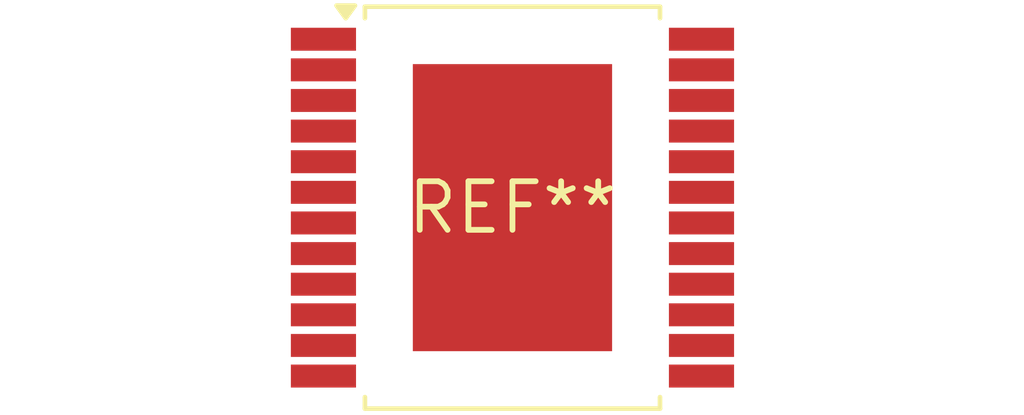
<source format=kicad_pcb>
(kicad_pcb (version 20240108) (generator pcbnew)
  (layers (0 "F.Cu" signal) (31 "B.Cu" signal) (34 "B.Paste" user) (35 "F.Paste" user) (36 "B.SilkS" user "B.Silkscreen") (37 "F.SilkS" user "F.Silkscreen") (38 "B.Mask" user) (39 "F.Mask" user) (44 "Edge.Cuts" user))
  (net 0 "")
  (footprint "ST_PowerSSO-24_SlugDown" (layer "F.Cu") (at 0 0)
    (property "Reference" "REF**")
    (property "Value" "ST_PowerSSO-24_SlugDown")
    (fp_line (start -3.85 -5.25) (end -3.85 -4.95) (layer "F.SilkS") (stroke (width 0.12)))
    (fp_line (start -3.85 5.25) (end -3.85 4.95) (layer "F.SilkS") (stroke (width 0.12)))
    (fp_line (start 3.85 -5.25) (end -3.85 -5.25) (layer "F.SilkS") (stroke (width 0.12)))
    (fp_line (start 3.85 -5.25) (end 3.85 -4.95) (layer "F.SilkS") (stroke (width 0.12)))
    (fp_line (start 3.85 5.25) (end -3.85 5.25) (layer "F.SilkS") (stroke (width 0.12)))
    (fp_line (start 3.85 5.25) (end 3.85 4.95) (layer "F.SilkS") (stroke (width 0.12)))
    (fp_poly (pts (xy -4.35 -4.95) (xy -4.59 -5.28) (xy -4.11 -5.28) (xy -4.35 -4.95)) (layer "F.SilkS") (stroke (width 0.12)) (fill solid))
    (pad "1" smd rect (at -4.9325 -4.4) (size 1.7 0.6) (layers "F.Cu" "F.Paste" "F.Mask"))
    (pad "2" smd rect (at -4.9325 -3.6) (size 1.7 0.6) (layers "F.Cu" "F.Paste" "F.Mask"))
    (pad "3" smd rect (at -4.9325 -2.8) (size 1.7 0.6) (layers "F.Cu" "F.Paste" "F.Mask"))
    (pad "4" smd rect (at -4.9325 -2) (size 1.7 0.6) (layers "F.Cu" "F.Paste" "F.Mask"))
    (pad "5" smd rect (at -4.9325 -1.2) (size 1.7 0.6) (layers "F.Cu" "F.Paste" "F.Mask"))
    (pad "6" smd rect (at -4.9325 -0.4) (size 1.7 0.6) (layers "F.Cu" "F.Paste" "F.Mask"))
    (pad "7" smd rect (at -4.9325 0.4) (size 1.7 0.6) (layers "F.Cu" "F.Paste" "F.Mask"))
    (pad "8" smd rect (at -4.9325 1.2) (size 1.7 0.6) (layers "F.Cu" "F.Paste" "F.Mask"))
    (pad "9" smd rect (at -4.9325 2) (size 1.7 0.6) (layers "F.Cu" "F.Paste" "F.Mask"))
    (pad "10" smd rect (at -4.9325 2.8) (size 1.7 0.6) (layers "F.Cu" "F.Paste" "F.Mask"))
    (pad "11" smd rect (at -4.9325 3.6) (size 1.7 0.6) (layers "F.Cu" "F.Paste" "F.Mask"))
    (pad "12" smd rect (at -4.9325 4.4) (size 1.7 0.6) (layers "F.Cu" "F.Paste" "F.Mask"))
    (pad "13" smd rect (at 4.9325 4.4) (size 1.7 0.6) (layers "F.Cu" "F.Paste" "F.Mask"))
    (pad "14" smd rect (at 4.9325 3.6) (size 1.7 0.6) (layers "F.Cu" "F.Paste" "F.Mask"))
    (pad "15" smd rect (at 4.9325 2.8) (size 1.7 0.6) (layers "F.Cu" "F.Paste" "F.Mask"))
    (pad "16" smd rect (at 4.9325 2) (size 1.7 0.6) (layers "F.Cu" "F.Paste" "F.Mask"))
    (pad "17" smd rect (at 4.9325 1.2) (size 1.7 0.6) (layers "F.Cu" "F.Paste" "F.Mask"))
    (pad "18" smd rect (at 4.9325 0.4) (size 1.7 0.6) (layers "F.Cu" "F.Paste" "F.Mask"))
    (pad "19" smd rect (at 4.9325 -0.4) (size 1.7 0.6) (layers "F.Cu" "F.Paste" "F.Mask"))
    (pad "20" smd rect (at 4.9325 -1.2) (size 1.7 0.6) (layers "F.Cu" "F.Paste" "F.Mask"))
    (pad "21" smd rect (at 4.9325 -2) (size 1.7 0.6) (layers "F.Cu" "F.Paste" "F.Mask"))
    (pad "22" smd rect (at 4.9325 -2.8) (size 1.7 0.6) (layers "F.Cu" "F.Paste" "F.Mask"))
    (pad "23" smd rect (at 4.9325 -3.6) (size 1.7 0.6) (layers "F.Cu" "F.Paste" "F.Mask"))
    (pad "24" smd rect (at 4.9325 -4.4) (size 1.7 0.6) (layers "F.Cu" "F.Paste" "F.Mask"))
    (pad "25" smd rect (at 0 0) (size 5.2 7.5) (layers "F.Cu" "F.Paste" "F.Mask"))
  )
)
</source>
